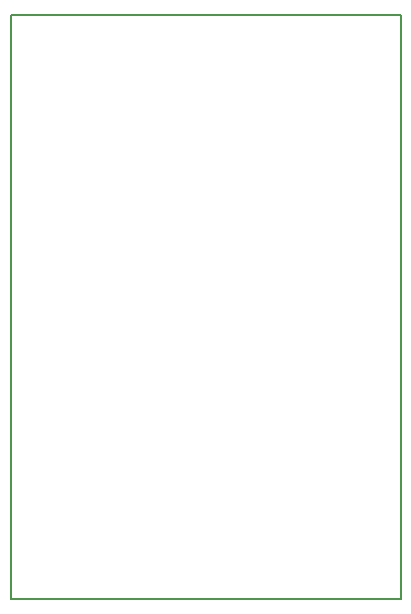
<source format=gbr>
G04 DipTrace 3.2.0.1*
G04 BoardOutline.gbr*
%MOIN*%
G04 #@! TF.FileFunction,Profile*
G04 #@! TF.Part,Single*
%ADD11C,0.005512*%
%FSLAX26Y26*%
G04*
G70*
G90*
G75*
G01*
G04 BoardOutline*
%LPD*%
X393701Y2337655D2*
D11*
X1693837D1*
Y393701D1*
X393701D1*
Y2337655D1*
M02*

</source>
